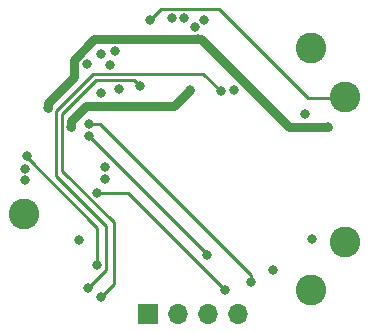
<source format=gbr>
%TF.GenerationSoftware,KiCad,Pcbnew,5.1.9-73d0e3b20d~88~ubuntu20.04.1*%
%TF.CreationDate,2021-06-28T21:50:03+02:00*%
%TF.ProjectId,watch,77617463-682e-46b6-9963-61645f706362,rev?*%
%TF.SameCoordinates,Original*%
%TF.FileFunction,Copper,L2,Inr*%
%TF.FilePolarity,Positive*%
%FSLAX46Y46*%
G04 Gerber Fmt 4.6, Leading zero omitted, Abs format (unit mm)*
G04 Created by KiCad (PCBNEW 5.1.9-73d0e3b20d~88~ubuntu20.04.1) date 2021-06-28 21:50:03*
%MOMM*%
%LPD*%
G01*
G04 APERTURE LIST*
%TA.AperFunction,ComponentPad*%
%ADD10C,2.600000*%
%TD*%
%TA.AperFunction,ComponentPad*%
%ADD11O,1.700000X1.700000*%
%TD*%
%TA.AperFunction,ComponentPad*%
%ADD12R,1.700000X1.700000*%
%TD*%
%TA.AperFunction,ViaPad*%
%ADD13C,0.800000*%
%TD*%
%TA.AperFunction,Conductor*%
%ADD14C,0.750000*%
%TD*%
%TA.AperFunction,Conductor*%
%ADD15C,0.250000*%
%TD*%
G04 APERTURE END LIST*
D10*
%TO.N,Net-(SW1-Pad1)*%
%TO.C,SW1*%
X193500000Y-113250000D03*
%TD*%
D11*
%TO.N,GND*%
%TO.C,J1*%
X211620000Y-121750000D03*
%TO.N,RST_SBWTDIO*%
X209080000Y-121750000D03*
%TO.N,TST_SBWTCK*%
X206540000Y-121750000D03*
D12*
%TO.N,Net-(D1-Pad2)*%
X204000000Y-121750000D03*
%TD*%
D10*
%TO.N,Net-(SW5-Pad1)*%
%TO.C,SW5*%
X220640000Y-103380000D03*
%TD*%
%TO.N,Net-(SW4-Pad1)*%
%TO.C,SW4*%
X220640000Y-115620000D03*
%TD*%
%TO.N,Net-(SW3-Pad1)*%
%TO.C,SW3*%
X217750000Y-119750000D03*
%TD*%
%TO.N,Net-(SW2-Pad1)*%
%TO.C,SW2*%
X217750000Y-99250000D03*
%TD*%
D13*
%TO.N,+3V0*%
X198120000Y-115443000D03*
X219202000Y-105918000D03*
X195516500Y-104267000D03*
X208253490Y-98488501D03*
%TO.N,GND*%
X207518000Y-102806500D03*
X217297000Y-104775000D03*
X197507510Y-105933431D03*
%TO.N,Net-(DISP1-Pad8)*%
X200315990Y-110299593D03*
X211306403Y-102759674D03*
%TO.N,Net-(DISP1-Pad9)*%
X198882000Y-119570500D03*
X210132466Y-102906041D03*
%TO.N,Net-(DISP1-Pad4)*%
X199009000Y-106680000D03*
X208978500Y-116713000D03*
%TO.N,Net-(DISP1-Pad5)*%
X210502500Y-119697500D03*
X199685055Y-111491940D03*
%TO.N,Net-(DISP1-Pad11)*%
X200025001Y-120268999D03*
X203290000Y-102429491D03*
%TO.N,Net-(DISP1-Pad6)*%
X212725006Y-118999000D03*
X199009000Y-105664000D03*
%TO.N,Net-(DISP1-Pad12)*%
X193611947Y-110438105D03*
X201549002Y-102679499D03*
%TO.N,TST_SBWTCK*%
X207073500Y-96647000D03*
%TO.N,RST_SBWTDIO*%
X207948079Y-97415293D03*
%TO.N,I2C_SDA*%
X200315990Y-109299580D03*
X200787004Y-100647500D03*
X200025000Y-102997000D03*
%TO.N,I2C_SLC*%
X198780936Y-100609936D03*
X193573366Y-109438837D03*
%TO.N,Net-(R3-Pad2)*%
X199705281Y-117596959D03*
X193738500Y-108331000D03*
%TO.N,Net-(SW1-Pad1)*%
X200025000Y-99695000D03*
%TO.N,Net-(SW2-Pad1)*%
X201168000Y-99475010D03*
%TO.N,Net-(SW3-Pad1)*%
X214572457Y-117998293D03*
X205994000Y-96647000D03*
%TO.N,Net-(SW4-Pad1)*%
X217868500Y-115379500D03*
X208752830Y-96821660D03*
%TO.N,Net-(SW5-Pad1)*%
X204152500Y-96837500D03*
%TD*%
D14*
%TO.N,+3V0*%
X208490785Y-98488501D02*
X208253490Y-98488501D01*
X215920284Y-105918000D02*
X208490785Y-98488501D01*
X219202000Y-105918000D02*
X215920284Y-105918000D01*
X199453499Y-98488501D02*
X208253490Y-98488501D01*
X197739000Y-100203000D02*
X199453499Y-98488501D01*
X197739000Y-101663500D02*
X197739000Y-100203000D01*
X195516500Y-103886000D02*
X197739000Y-101663500D01*
X195516500Y-104267000D02*
X195516500Y-103886000D01*
%TO.N,GND*%
X197507510Y-105367746D02*
X197507510Y-105933431D01*
X206184500Y-104140000D02*
X198735256Y-104140000D01*
X198735256Y-104140000D02*
X197507510Y-105367746D01*
X207518000Y-102806500D02*
X206184500Y-104140000D01*
D15*
%TO.N,Net-(DISP1-Pad9)*%
X198882000Y-119570500D02*
X200430282Y-118022218D01*
X200430282Y-118022218D02*
X200430282Y-114260782D01*
X200430282Y-114260782D02*
X196215000Y-110045500D01*
X196215000Y-110045500D02*
X196215000Y-104521000D01*
X196215000Y-104521000D02*
X199326500Y-101409500D01*
X199326500Y-101409500D02*
X208635925Y-101409500D01*
X208635925Y-101409500D02*
X210132466Y-102906041D01*
%TO.N,Net-(DISP1-Pad4)*%
X199009000Y-106680000D02*
X208978500Y-116649500D01*
X208978500Y-116649500D02*
X208978500Y-116713000D01*
%TO.N,Net-(DISP1-Pad5)*%
X202296940Y-111491940D02*
X209740500Y-118935500D01*
X209740500Y-118935500D02*
X210502500Y-119697500D01*
X199685055Y-111491940D02*
X202296940Y-111491940D01*
%TO.N,Net-(DISP1-Pad11)*%
X196723000Y-109598179D02*
X196723000Y-104844998D01*
X201104500Y-119189500D02*
X201104500Y-113979679D01*
X199613501Y-101954497D02*
X202815006Y-101954497D01*
X196723000Y-104844998D02*
X199613501Y-101954497D01*
X201104500Y-113979679D02*
X196723000Y-109598179D01*
X202815006Y-101954497D02*
X203290000Y-102429491D01*
X200025001Y-120268999D02*
X201104500Y-119189500D01*
%TO.N,Net-(DISP1-Pad6)*%
X199961500Y-105664000D02*
X199009000Y-105664000D01*
X212725006Y-118427506D02*
X199961500Y-105664000D01*
X212725006Y-118999000D02*
X212725006Y-118427506D01*
%TO.N,Net-(R3-Pad2)*%
X193738500Y-108458000D02*
X193738500Y-108331000D01*
X199707500Y-114427000D02*
X193738500Y-108458000D01*
X199707500Y-117594740D02*
X199707500Y-114427000D01*
X199705281Y-117596959D02*
X199707500Y-117594740D01*
%TO.N,Net-(SW5-Pad1)*%
X205079534Y-95910466D02*
X204152500Y-96837500D01*
X217529955Y-103420455D02*
X210019966Y-95910466D01*
X210019966Y-95910466D02*
X205079534Y-95910466D01*
X220553142Y-103420455D02*
X217529955Y-103420455D01*
%TD*%
M02*

</source>
